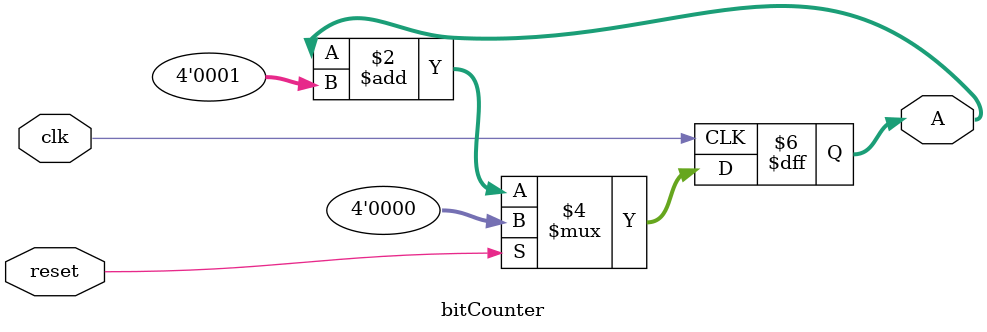
<source format=v>
module bitCounter(clk,reset,A);
input clk;
input reset;
output reg [3:0]A;

always @(posedge clk ) begin
    if(reset)begin
        A=4'b0000;
    end   
    else begin
        A=A+4'b0001;
    end
end
endmodule
</source>
